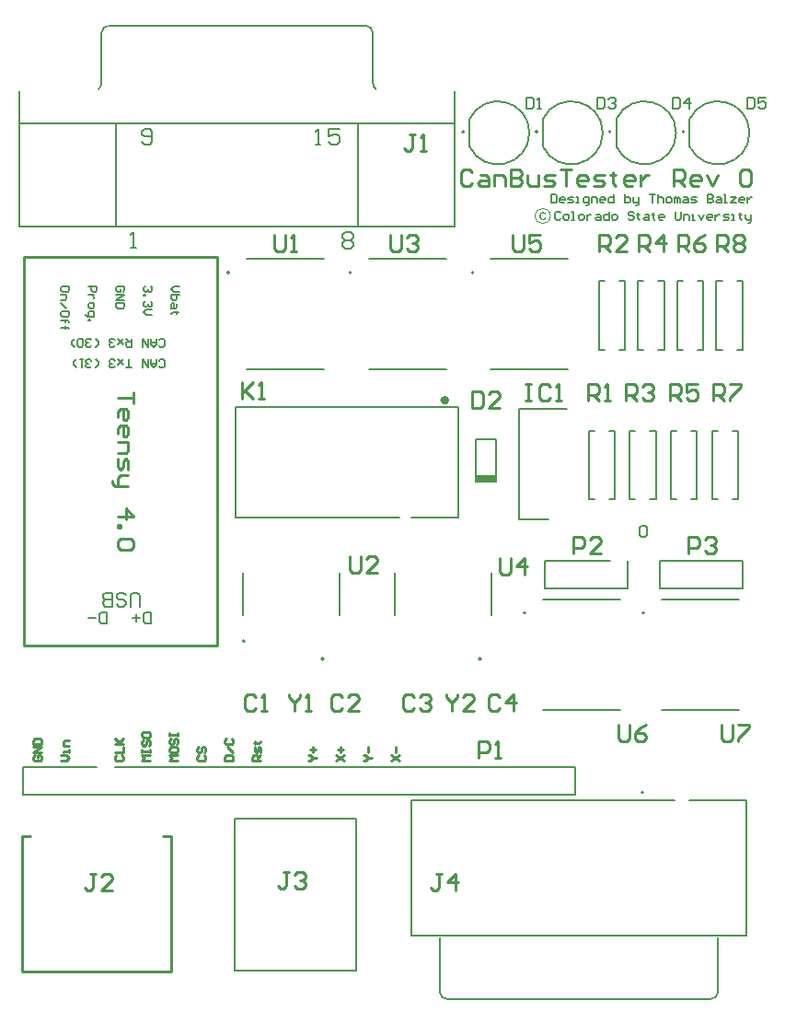
<source format=gbr>
%TF.GenerationSoftware,Altium Limited,Altium Designer,23.6.0 (18)*%
G04 Layer_Color=65535*
%FSLAX26Y26*%
%MOIN*%
%TF.SameCoordinates,9B35E0B2-5C19-4761-B797-B6A5D59CF105*%
%TF.FilePolarity,Positive*%
%TF.FileFunction,Legend,Top*%
%TF.Part,Single*%
G01*
G75*
%TA.AperFunction,NonConductor*%
%ADD39C,0.003937*%
%ADD40C,0.007874*%
%ADD41C,0.005000*%
%ADD42C,0.015748*%
%ADD43C,0.004000*%
%ADD44C,0.010000*%
%ADD45C,0.007000*%
%ADD46C,0.005906*%
%ADD47R,0.074804X0.031496*%
G36*
X8872416Y4207047D02*
X8872822Y4207016D01*
X8873258Y4206954D01*
X8873758Y4206891D01*
X8874319Y4206798D01*
X8874881Y4206673D01*
X8875474Y4206517D01*
X8876098Y4206330D01*
X8876722Y4206111D01*
X8877346Y4205830D01*
X8877938Y4205518D01*
X8878531Y4205175D01*
X8879093Y4204770D01*
X8879124Y4204738D01*
X8879218Y4204676D01*
X8879374Y4204520D01*
X8879561Y4204364D01*
X8879779Y4204114D01*
X8880060Y4203834D01*
X8880341Y4203490D01*
X8880622Y4203116D01*
X8880934Y4202679D01*
X8881277Y4202180D01*
X8881558Y4201650D01*
X8881870Y4201057D01*
X8882150Y4200433D01*
X8882400Y4199778D01*
X8882618Y4199060D01*
X8882806Y4198280D01*
X8878219Y4197562D01*
Y4197594D01*
X8878188Y4197687D01*
X8878157Y4197843D01*
X8878094Y4198030D01*
X8878001Y4198249D01*
X8877907Y4198530D01*
X8877658Y4199154D01*
X8877346Y4199840D01*
X8876940Y4200526D01*
X8876441Y4201182D01*
X8876191Y4201494D01*
X8875879Y4201774D01*
X8875848Y4201806D01*
X8875817Y4201837D01*
X8875723Y4201899D01*
X8875598Y4201993D01*
X8875411Y4202118D01*
X8875224Y4202242D01*
X8874756Y4202492D01*
X8874163Y4202742D01*
X8873477Y4202991D01*
X8872697Y4203147D01*
X8872291Y4203210D01*
X8871698D01*
X8871511Y4203178D01*
X8871262D01*
X8870950Y4203147D01*
X8870606Y4203085D01*
X8870232Y4202991D01*
X8869795Y4202898D01*
X8869358Y4202742D01*
X8868890Y4202586D01*
X8868391Y4202367D01*
X8867892Y4202118D01*
X8867424Y4201837D01*
X8866956Y4201494D01*
X8866488Y4201088D01*
X8866051Y4200651D01*
X8866020Y4200620D01*
X8865958Y4200526D01*
X8865833Y4200370D01*
X8865708Y4200152D01*
X8865552Y4199902D01*
X8865365Y4199559D01*
X8865146Y4199154D01*
X8864959Y4198686D01*
X8864741Y4198155D01*
X8864522Y4197562D01*
X8864335Y4196876D01*
X8864179Y4196158D01*
X8864054Y4195347D01*
X8863930Y4194474D01*
X8863867Y4193538D01*
X8863836Y4192539D01*
Y4192477D01*
Y4192290D01*
Y4192009D01*
X8863867Y4191634D01*
X8863898Y4191166D01*
X8863961Y4190636D01*
X8864023Y4190043D01*
X8864117Y4189419D01*
X8864366Y4188109D01*
X8864522Y4187422D01*
X8864741Y4186736D01*
X8864990Y4186112D01*
X8865271Y4185488D01*
X8865583Y4184895D01*
X8865958Y4184396D01*
X8865989Y4184365D01*
X8866051Y4184302D01*
X8866176Y4184178D01*
X8866363Y4183990D01*
X8866550Y4183803D01*
X8866831Y4183585D01*
X8867112Y4183366D01*
X8867455Y4183148D01*
X8867861Y4182898D01*
X8868266Y4182680D01*
X8868734Y4182462D01*
X8869234Y4182274D01*
X8869764Y4182118D01*
X8870326Y4181994D01*
X8870950Y4181900D01*
X8871574Y4181869D01*
X8871854D01*
X8872042Y4181900D01*
X8872291Y4181931D01*
X8872541Y4181962D01*
X8872853Y4182025D01*
X8873196Y4182087D01*
X8873945Y4182274D01*
X8874694Y4182586D01*
X8875099Y4182774D01*
X8875474Y4182992D01*
X8875848Y4183273D01*
X8876222Y4183554D01*
X8876254Y4183585D01*
X8876316Y4183647D01*
X8876410Y4183741D01*
X8876534Y4183866D01*
X8876659Y4184053D01*
X8876846Y4184271D01*
X8877034Y4184552D01*
X8877221Y4184864D01*
X8877408Y4185207D01*
X8877626Y4185582D01*
X8877814Y4186018D01*
X8878001Y4186518D01*
X8878188Y4187017D01*
X8878344Y4187578D01*
X8878500Y4188171D01*
X8878594Y4188826D01*
X8883242Y4188202D01*
Y4188140D01*
X8883211Y4187984D01*
X8883149Y4187734D01*
X8883086Y4187422D01*
X8882962Y4187017D01*
X8882837Y4186549D01*
X8882650Y4186018D01*
X8882462Y4185457D01*
X8882213Y4184864D01*
X8881932Y4184271D01*
X8881620Y4183616D01*
X8881246Y4182992D01*
X8880840Y4182399D01*
X8880372Y4181775D01*
X8879873Y4181214D01*
X8879311Y4180683D01*
X8879280Y4180652D01*
X8879155Y4180558D01*
X8878999Y4180434D01*
X8878750Y4180278D01*
X8878438Y4180059D01*
X8878094Y4179841D01*
X8877658Y4179591D01*
X8877190Y4179342D01*
X8876659Y4179092D01*
X8876066Y4178842D01*
X8875442Y4178624D01*
X8874756Y4178406D01*
X8874038Y4178250D01*
X8873290Y4178125D01*
X8872478Y4178031D01*
X8871636Y4178000D01*
X8871386D01*
X8871074Y4178031D01*
X8870700Y4178062D01*
X8870201Y4178125D01*
X8869639Y4178187D01*
X8869015Y4178312D01*
X8868360Y4178468D01*
X8867642Y4178655D01*
X8866894Y4178905D01*
X8866114Y4179217D01*
X8865365Y4179560D01*
X8864585Y4179997D01*
X8863867Y4180496D01*
X8863150Y4181058D01*
X8862463Y4181713D01*
X8862432Y4181744D01*
X8862307Y4181900D01*
X8862151Y4182118D01*
X8861933Y4182399D01*
X8861652Y4182805D01*
X8861371Y4183273D01*
X8861059Y4183834D01*
X8860747Y4184458D01*
X8860404Y4185176D01*
X8860092Y4185987D01*
X8859811Y4186861D01*
X8859530Y4187797D01*
X8859312Y4188858D01*
X8859156Y4189950D01*
X8859031Y4191135D01*
X8859000Y4192414D01*
Y4192477D01*
Y4192602D01*
Y4192851D01*
X8859031Y4193163D01*
Y4193569D01*
X8859094Y4194037D01*
X8859125Y4194536D01*
X8859187Y4195098D01*
X8859250Y4195690D01*
X8859374Y4196346D01*
X8859624Y4197656D01*
X8859998Y4198998D01*
X8860217Y4199653D01*
X8860466Y4200308D01*
X8860498Y4200339D01*
X8860529Y4200464D01*
X8860622Y4200620D01*
X8860747Y4200870D01*
X8860903Y4201150D01*
X8861090Y4201462D01*
X8861340Y4201806D01*
X8861590Y4202211D01*
X8861902Y4202617D01*
X8862245Y4203022D01*
X8862619Y4203459D01*
X8863025Y4203865D01*
X8863462Y4204270D01*
X8863961Y4204676D01*
X8864460Y4205019D01*
X8865022Y4205362D01*
X8865053Y4205394D01*
X8865146Y4205425D01*
X8865334Y4205518D01*
X8865552Y4205643D01*
X8865833Y4205768D01*
X8866176Y4205893D01*
X8866582Y4206049D01*
X8866987Y4206236D01*
X8867486Y4206392D01*
X8867986Y4206548D01*
X8868547Y4206673D01*
X8869109Y4206798D01*
X8870357Y4207016D01*
X8871012Y4207047D01*
X8871667Y4207078D01*
X8872104D01*
X8872416Y4207047D01*
D02*
G37*
D39*
X7838205Y1436126D02*
G03*
X7838205Y1440063I0J1968D01*
G01*
D02*
G03*
X7838205Y1436126I0J-1968D01*
G01*
D40*
X7735736Y3988241D02*
G03*
X7735736Y3988241I-3937J0D01*
G01*
X8178034D02*
G03*
X8178034Y3988241I-3937J0D01*
G01*
X8620332D02*
G03*
X8620332Y3988241I-3937J0D01*
G01*
X8808736Y2756000D02*
G03*
X8808736Y2756000I-3937J0D01*
G01*
X9238736D02*
G03*
X9238736Y2756000I-3937J0D01*
G01*
X9235441Y2105677D02*
G03*
X9235441Y2105677I-3937J0D01*
G01*
X7791315Y2653622D02*
G03*
X7791315Y2653622I-3937J0D01*
G01*
X9117475Y4497937D02*
G03*
X9117475Y4497937I-3937J0D01*
G01*
X8851808D02*
G03*
X8851808Y4497937I-3937J0D01*
G01*
X8586142D02*
G03*
X8586142Y4497937I-3937J0D01*
G01*
X9383141D02*
G03*
X9383141Y4497937I-3937J0D01*
G01*
X8077646Y2589920D02*
G03*
X8077646Y2589920I-3937J0D01*
G01*
X8647646D02*
G03*
X8647646Y2589920I-3937J0D01*
G01*
X7299487Y4882331D02*
G03*
X7272125Y4854968I0J-27362D01*
G01*
X8255983D02*
G03*
X8228621Y4882331I-27362J0D01*
G01*
X8256180Y4673669D02*
G03*
X8266827Y4652006I27362J0D01*
G01*
X7261292Y4652014D02*
G03*
X7271928Y4673669I-16726J21655D01*
G01*
X8785700Y3093212D02*
Y3494788D01*
Y3093212D02*
X8892000D01*
X8785700Y3494788D02*
X8958930D01*
X7755528Y1459748D02*
Y2010930D01*
Y1459748D02*
X8196472D01*
X7755528Y2010930D02*
X8196472D01*
Y1459748D02*
Y2010930D01*
X9036756Y3167984D02*
Y3416016D01*
Y3167984D02*
X9057464D01*
X9036756Y3416016D02*
X9057464D01*
X9110536Y3167984D02*
X9131244D01*
Y3416016D01*
X9110536D02*
X9131244D01*
X9073756Y3708984D02*
Y3957016D01*
Y3708984D02*
X9094464D01*
X9073756Y3957016D02*
X9094464D01*
X9147536Y3708984D02*
X9168244D01*
Y3957016D01*
X9147536D02*
X9168244D01*
X9185756Y3167984D02*
Y3416016D01*
Y3167984D02*
X9206464D01*
X9185756Y3416016D02*
X9206464D01*
X9259536Y3167984D02*
X9280244D01*
Y3416016D01*
X9259536D02*
X9280244D01*
X9215756Y3708984D02*
Y3957016D01*
Y3708984D02*
X9236464D01*
X9215756Y3957016D02*
X9236464D01*
X9289536Y3708984D02*
X9310244D01*
Y3957016D01*
X9289536D02*
X9310244D01*
X9334756Y3167984D02*
Y3416016D01*
Y3167984D02*
X9355464D01*
X9334756Y3416016D02*
X9355464D01*
X9408536Y3167984D02*
X9429244D01*
Y3416016D01*
X9408536D02*
X9429244D01*
X9357756Y3708984D02*
Y3957016D01*
Y3708984D02*
X9378464D01*
X9357756Y3957016D02*
X9378464D01*
X9431536Y3708984D02*
X9452244D01*
Y3957016D01*
X9431536D02*
X9452244D01*
X9483756Y3167984D02*
Y3416016D01*
Y3167984D02*
X9504464D01*
X9483756Y3416016D02*
X9504464D01*
X9557536Y3167984D02*
X9578244D01*
Y3416016D01*
X9557536D02*
X9578244D01*
X9499756Y3708984D02*
Y3957016D01*
Y3708984D02*
X9520464D01*
X9499756Y3957016D02*
X9520464D01*
X9573536Y3708984D02*
X9594244D01*
Y3957016D01*
X9573536D02*
X9594244D01*
X8627598Y3231228D02*
Y3384772D01*
X8702402Y3231228D02*
Y3384772D01*
X8627598D02*
X8702402D01*
X9177000Y2845000D02*
Y2945000D01*
X8877000Y2845000D02*
X9177000D01*
X8877000D02*
Y2945000D01*
X9115676D01*
X9294000Y2845000D02*
X9594000D01*
X9294000D02*
Y2945000D01*
X9594000D01*
Y2845000D02*
Y2945000D01*
X7062000Y2199000D02*
X7255444D01*
X7320556D02*
X8987000D01*
X6987000Y2099000D02*
X8987000D01*
X6987000D02*
Y2199000D01*
X7062000D01*
X8987000Y2099000D02*
Y2199000D01*
X6976652Y4528000D02*
X8551456D01*
X7299488Y4882330D02*
X8228620D01*
X7271928Y4673670D02*
Y4854772D01*
X8256180Y4673670D02*
Y4854772D01*
X6976652Y4153984D02*
X8551456D01*
X7325472D02*
Y4528000D01*
X8202636Y4153984D02*
Y4528000D01*
X6976652Y4153984D02*
Y4644140D01*
X8551456Y4153984D02*
Y4644126D01*
D41*
X9478173Y1358815D02*
G03*
X9505532Y1383449I1362J25996D01*
G01*
X8497634D02*
G03*
X8524992Y1358815I25996J1362D01*
G01*
X9137160Y4444000D02*
G03*
X9137160Y4544000I102515J50000D01*
G01*
X8871493Y4444000D02*
G03*
X8871493Y4544000I102515J50000D01*
G01*
X8605827Y4444000D02*
G03*
X8605827Y4544000I102515J50000D01*
G01*
X9402827Y4444000D02*
G03*
X9402827Y4544000I102515J50000D01*
G01*
X7798000Y4038240D02*
X8078000D01*
X7798000Y3638240D02*
X8078000D01*
X8240298Y4038240D02*
X8520298D01*
X8240298Y3638240D02*
X8520298D01*
X8682596Y4038240D02*
X8962596D01*
X8682596Y3638240D02*
X8962596D01*
X8871000Y2806000D02*
X9151000D01*
X8871000Y2406000D02*
X9151000D01*
X9301000Y2806000D02*
X9581000D01*
X9301000Y2406000D02*
X9581000D01*
X8395086Y2079300D02*
X9348292D01*
X9401708D02*
X9608078D01*
X8497646Y1383236D02*
Y1580614D01*
X8525204Y1358826D02*
X9477960D01*
X9608078Y1587174D02*
Y2079300D01*
X8395086Y1587174D02*
Y2079300D01*
Y1587174D02*
X9608078D01*
X9505520Y1383236D02*
Y1580636D01*
X7786590Y2748308D02*
Y2901852D01*
X8135410Y2748308D02*
Y2901852D01*
X9137160Y4444000D02*
Y4544000D01*
X8871494Y4444000D02*
Y4544000D01*
X8605826Y4444000D02*
Y4544000D01*
X9402826Y4444000D02*
Y4544000D01*
X7758456Y3102262D02*
Y3499898D01*
Y3102262D02*
X8350202D01*
X8395798D02*
X8565544D01*
Y3499898D01*
X7758456D02*
X8565544D01*
X8685410Y2748308D02*
Y2901852D01*
X8336590Y2748308D02*
Y2901852D01*
X7154990Y3924005D02*
Y3934002D01*
X7149992Y3939000D01*
X7129998D01*
X7125000Y3934002D01*
Y3924005D01*
X7129998Y3919006D01*
X7149992D01*
X7154990Y3924005D01*
X7125000Y3909010D02*
X7144993D01*
Y3894015D01*
X7139995Y3889016D01*
X7125000D01*
Y3879019D02*
X7144993Y3859026D01*
X7154990Y3834034D02*
Y3844031D01*
X7149992Y3849029D01*
X7129998D01*
X7125000Y3844031D01*
Y3834034D01*
X7129998Y3829036D01*
X7149992D01*
X7154990Y3834034D01*
X7125000Y3814040D02*
X7149992D01*
X7139995D01*
Y3819039D01*
Y3809042D01*
Y3814040D01*
X7149992D01*
X7154990Y3809042D01*
X7125000Y3789048D02*
X7149992D01*
X7139995D01*
Y3794047D01*
Y3784050D01*
Y3789048D01*
X7149992D01*
X7154990Y3784050D01*
X7480007Y3724008D02*
X7485005Y3719010D01*
X7495002D01*
X7500000Y3724008D01*
Y3744002D01*
X7495002Y3749000D01*
X7485005D01*
X7480007Y3744002D01*
X7470010Y3749000D02*
Y3729006D01*
X7460013Y3719010D01*
X7450016Y3729006D01*
Y3749000D01*
Y3734005D01*
X7470010D01*
X7440019Y3749000D02*
Y3719010D01*
X7420026Y3749000D01*
Y3719010D01*
X7380039Y3749000D02*
Y3719010D01*
X7365044D01*
X7360045Y3724008D01*
Y3734005D01*
X7365044Y3739003D01*
X7380039D01*
X7370042D02*
X7360045Y3749000D01*
X7350048Y3729006D02*
X7330055Y3749000D01*
X7340052Y3739003D01*
X7330055Y3729006D01*
X7350048Y3749000D01*
X7320058Y3724008D02*
X7315060Y3719010D01*
X7305063D01*
X7300065Y3724008D01*
Y3729006D01*
X7305063Y3734005D01*
X7310061D01*
X7305063D01*
X7300065Y3739003D01*
Y3744002D01*
X7305063Y3749000D01*
X7315060D01*
X7320058Y3744002D01*
X7250081Y3749000D02*
X7260078Y3739003D01*
Y3729006D01*
X7250081Y3719010D01*
X7235086Y3724008D02*
X7230087Y3719010D01*
X7220091D01*
X7215092Y3724008D01*
Y3729006D01*
X7220091Y3734005D01*
X7225089D01*
X7220091D01*
X7215092Y3739003D01*
Y3744002D01*
X7220091Y3749000D01*
X7230087D01*
X7235086Y3744002D01*
X7205095Y3724008D02*
X7200097Y3719010D01*
X7190100D01*
X7185102Y3724008D01*
Y3744002D01*
X7190100Y3749000D01*
X7200097D01*
X7205095Y3744002D01*
Y3724008D01*
X7175105Y3749000D02*
X7165108Y3739003D01*
Y3729006D01*
X7175105Y3719010D01*
X7480007Y3649008D02*
X7485005Y3644010D01*
X7495002D01*
X7500000Y3649008D01*
Y3669002D01*
X7495002Y3674000D01*
X7485005D01*
X7480007Y3669002D01*
X7470010Y3674000D02*
Y3654006D01*
X7460013Y3644010D01*
X7450016Y3654006D01*
Y3674000D01*
Y3659005D01*
X7470010D01*
X7440019Y3674000D02*
Y3644010D01*
X7420026Y3674000D01*
Y3644010D01*
X7380039D02*
X7360045D01*
X7370042D01*
Y3674000D01*
X7350048Y3654006D02*
X7330055Y3674000D01*
X7340052Y3664003D01*
X7330055Y3654006D01*
X7350048Y3674000D01*
X7320058Y3649008D02*
X7315060Y3644010D01*
X7305063D01*
X7300065Y3649008D01*
Y3654006D01*
X7305063Y3659005D01*
X7310061D01*
X7305063D01*
X7300065Y3664003D01*
Y3669002D01*
X7305063Y3674000D01*
X7315060D01*
X7320058Y3669002D01*
X7250081Y3674000D02*
X7260078Y3664003D01*
Y3654006D01*
X7250081Y3644010D01*
X7235086Y3649008D02*
X7230087Y3644010D01*
X7220091D01*
X7215092Y3649008D01*
Y3654006D01*
X7220091Y3659005D01*
X7225089D01*
X7220091D01*
X7215092Y3664003D01*
Y3669002D01*
X7220091Y3674000D01*
X7230087D01*
X7235086Y3669002D01*
X7205095Y3674000D02*
X7195099D01*
X7200097D01*
Y3644010D01*
X7205095Y3649008D01*
X7180104Y3674000D02*
X7170107Y3664003D01*
Y3654006D01*
X7180104Y3644010D01*
X7225000Y3939000D02*
X7254990D01*
Y3924005D01*
X7249992Y3919006D01*
X7239995D01*
X7234997Y3924005D01*
Y3939000D01*
X7244993Y3909010D02*
X7225000D01*
X7234997D01*
X7239995Y3904011D01*
X7244993Y3899013D01*
Y3894015D01*
X7225000Y3874021D02*
Y3864024D01*
X7229998Y3859026D01*
X7239995D01*
X7244993Y3864024D01*
Y3874021D01*
X7239995Y3879019D01*
X7229998D01*
X7225000Y3874021D01*
X7215003Y3839032D02*
Y3834034D01*
X7220002Y3829036D01*
X7244993D01*
Y3844031D01*
X7239995Y3849029D01*
X7229998D01*
X7225000Y3844031D01*
Y3829036D01*
Y3819039D02*
X7229998D01*
Y3814040D01*
X7225000D01*
Y3819039D01*
X7450000Y2719013D02*
Y2759000D01*
X7430007D01*
X7423342Y2752336D01*
Y2725677D01*
X7430007Y2719013D01*
X7450000D01*
X7410013Y2739006D02*
X7383355D01*
X7396684Y2725677D02*
Y2752336D01*
X7290052Y2719013D02*
Y2759000D01*
X7270058D01*
X7263394Y2752336D01*
Y2725677D01*
X7270058Y2719013D01*
X7290052D01*
X7250065Y2739006D02*
X7223407D01*
X7410000Y2779016D02*
Y2820669D01*
X7401669Y2829000D01*
X7385008D01*
X7376677Y2820669D01*
Y2779016D01*
X7326694Y2787347D02*
X7335024Y2779016D01*
X7351686D01*
X7360016Y2787347D01*
Y2795677D01*
X7351686Y2804008D01*
X7335024D01*
X7326694Y2812339D01*
Y2820669D01*
X7335024Y2829000D01*
X7351686D01*
X7360016Y2820669D01*
X7310032Y2779016D02*
Y2829000D01*
X7285041D01*
X7276710Y2820669D01*
Y2812339D01*
X7285041Y2804008D01*
X7310032D01*
X7285041D01*
X7276710Y2795677D01*
Y2787347D01*
X7285041Y2779016D01*
X7310032D01*
X7554990Y3939000D02*
X7534997D01*
X7525000Y3929003D01*
X7534997Y3919006D01*
X7554990D01*
Y3909010D02*
X7525000D01*
Y3894015D01*
X7529998Y3889016D01*
X7534997D01*
X7539995D01*
X7544993Y3894015D01*
Y3909010D01*
Y3874021D02*
Y3864024D01*
X7539995Y3859026D01*
X7525000D01*
Y3874021D01*
X7529998Y3879019D01*
X7534997Y3874021D01*
Y3859026D01*
X7549992Y3844031D02*
X7544993D01*
Y3849029D01*
Y3839032D01*
Y3844031D01*
X7529998D01*
X7525000Y3839032D01*
X7349992Y3919006D02*
X7354990Y3924005D01*
Y3934002D01*
X7349992Y3939000D01*
X7329998D01*
X7325000Y3934002D01*
Y3924005D01*
X7329998Y3919006D01*
X7339995D01*
Y3929003D01*
X7325000Y3909010D02*
X7354990D01*
X7325000Y3889016D01*
X7354990D01*
Y3879019D02*
X7325000D01*
Y3864024D01*
X7329998Y3859026D01*
X7349992D01*
X7354990Y3864024D01*
Y3879019D01*
X7449992Y3939000D02*
X7454990Y3934002D01*
Y3924005D01*
X7449992Y3919006D01*
X7444993D01*
X7439995Y3924005D01*
Y3929003D01*
Y3924005D01*
X7434997Y3919006D01*
X7429998D01*
X7425000Y3924005D01*
Y3934002D01*
X7429998Y3939000D01*
X7425000Y3909010D02*
X7429998D01*
Y3904011D01*
X7425000D01*
Y3909010D01*
X7449992Y3884018D02*
X7454990Y3879019D01*
Y3869023D01*
X7449992Y3864024D01*
X7444993D01*
X7439995Y3869023D01*
Y3874021D01*
Y3869023D01*
X7434997Y3864024D01*
X7429998D01*
X7425000Y3869023D01*
Y3879019D01*
X7429998Y3884018D01*
X7454990Y3854028D02*
X7434997D01*
X7425000Y3844031D01*
X7434997Y3834034D01*
X7454990D01*
X9221000Y3063323D02*
X9227665Y3069987D01*
X9240994D01*
X9247658Y3063323D01*
Y3036664D01*
X9240994Y3030000D01*
X9227665D01*
X9221000Y3036664D01*
Y3063323D01*
D42*
X8523811Y3525882D02*
G03*
X8523811Y3525882I-7874J0D01*
G01*
D43*
X8898559Y4193000D02*
G03*
X8898559Y4193000I-27559J0D01*
G01*
D44*
X6985500Y1459000D02*
Y1949000D01*
Y1459000D02*
X7525500D01*
X6985500Y1949000D02*
X7015500D01*
X7525500Y1459000D02*
Y1949000D01*
X7495500D02*
X7525500D01*
X6990000Y2639000D02*
Y4044000D01*
Y2639000D02*
X7690000D01*
X6990000Y4044000D02*
X7690000D01*
Y2639000D02*
Y4044000D01*
X7389981Y3554000D02*
Y3514013D01*
Y3534006D01*
X7330000D01*
Y3464029D02*
Y3484023D01*
X7339997Y3494019D01*
X7359990D01*
X7369987Y3484023D01*
Y3464029D01*
X7359990Y3454032D01*
X7349993D01*
Y3494019D01*
X7330000Y3404048D02*
Y3424042D01*
X7339997Y3434039D01*
X7359990D01*
X7369987Y3424042D01*
Y3404048D01*
X7359990Y3394052D01*
X7349993D01*
Y3434039D01*
X7330000Y3374058D02*
X7369987D01*
Y3344068D01*
X7359990Y3334071D01*
X7330000D01*
Y3314078D02*
Y3284087D01*
X7339997Y3274090D01*
X7349993Y3284087D01*
Y3304081D01*
X7359990Y3314078D01*
X7369987Y3304081D01*
Y3274090D01*
Y3254097D02*
X7339997D01*
X7330000Y3244100D01*
Y3214110D01*
X7320003D01*
X7310007Y3224107D01*
Y3234104D01*
X7330000Y3214110D02*
X7369987D01*
X7330000Y3104146D02*
X7389981D01*
X7359990Y3134136D01*
Y3094149D01*
X7330000Y3074155D02*
X7339997D01*
Y3064158D01*
X7330000D01*
Y3074155D01*
X7379984Y3024171D02*
X7389981Y3014175D01*
Y2994181D01*
X7379984Y2984184D01*
X7339997D01*
X7330000Y2994181D01*
Y3014175D01*
X7339997Y3024171D01*
X7379984D01*
X8504113Y1811990D02*
X8484120D01*
X8494117D01*
Y1762006D01*
X8484120Y1752010D01*
X8474123D01*
X8464126Y1762006D01*
X8554097Y1752010D02*
Y1811990D01*
X8524107Y1782000D01*
X8564094D01*
X8172016Y2962990D02*
Y2913006D01*
X8182013Y2903010D01*
X8202006D01*
X8212003Y2913006D01*
Y2962990D01*
X8271984Y2903010D02*
X8231997D01*
X8271984Y2942997D01*
Y2952994D01*
X8261987Y2962990D01*
X8241994D01*
X8231997Y2952994D01*
X7953003Y1816990D02*
X7933010D01*
X7943007D01*
Y1767006D01*
X7933010Y1757010D01*
X7923013D01*
X7913016Y1767006D01*
X7972997Y1806994D02*
X7982994Y1816990D01*
X8002987D01*
X8012984Y1806994D01*
Y1796997D01*
X8002987Y1787000D01*
X7992990D01*
X8002987D01*
X8012984Y1777003D01*
Y1767006D01*
X8002987Y1757010D01*
X7982994D01*
X7972997Y1767006D01*
X9172310Y3525000D02*
Y3584981D01*
X9202300D01*
X9212297Y3574984D01*
Y3554990D01*
X9202300Y3544994D01*
X9172310D01*
X9192303D02*
X9212297Y3525000D01*
X9232290Y3574984D02*
X9242287Y3584981D01*
X9262281D01*
X9272277Y3574984D01*
Y3564987D01*
X9262281Y3554990D01*
X9252284D01*
X9262281D01*
X9272277Y3544994D01*
Y3534997D01*
X9262281Y3525000D01*
X9242287D01*
X9232290Y3534997D01*
X8807021Y3584990D02*
X8827015D01*
X8817018D01*
Y3525010D01*
X8807021D01*
X8827015D01*
X8896992Y3574994D02*
X8886995Y3584990D01*
X8867002D01*
X8857005Y3574994D01*
Y3535006D01*
X8867002Y3525010D01*
X8886995D01*
X8896992Y3535006D01*
X8916986Y3525010D02*
X8936979D01*
X8926982D01*
Y3584990D01*
X8916986Y3574994D01*
X9033997Y3525000D02*
Y3584981D01*
X9063987D01*
X9073984Y3574984D01*
Y3554990D01*
X9063987Y3544994D01*
X9033997D01*
X9053990D02*
X9073984Y3525000D01*
X9093977D02*
X9113971D01*
X9103974D01*
Y3584981D01*
X9093977Y3574984D01*
X7950015Y2461990D02*
Y2451994D01*
X7970008Y2432000D01*
X7990002Y2451994D01*
Y2461990D01*
X7970008Y2432000D02*
Y2402010D01*
X8009995D02*
X8029989D01*
X8019992D01*
Y2461990D01*
X8009995Y2451994D01*
X8521016Y2461990D02*
Y2451994D01*
X8541010Y2432000D01*
X8561003Y2451994D01*
Y2461990D01*
X8541010Y2432000D02*
Y2402010D01*
X8620984D02*
X8580997D01*
X8620984Y2441997D01*
Y2451994D01*
X8610987Y2461990D01*
X8590994D01*
X8580997Y2451994D01*
X8616016Y3557990D02*
Y3498010D01*
X8646006D01*
X8656003Y3508006D01*
Y3547994D01*
X8646006Y3557990D01*
X8616016D01*
X8715984Y3498010D02*
X8675997D01*
X8715984Y3537997D01*
Y3547994D01*
X8705987Y3557990D01*
X8685994D01*
X8675997Y3547994D01*
X8319518Y4123231D02*
Y4073247D01*
X8329515Y4063251D01*
X8349508D01*
X8359505Y4073247D01*
Y4123231D01*
X8379498Y4113234D02*
X8389495Y4123231D01*
X8409489D01*
X8419486Y4113234D01*
Y4103238D01*
X8409489Y4093241D01*
X8399492D01*
X8409489D01*
X8419486Y4083244D01*
Y4073247D01*
X8409489Y4063251D01*
X8389495D01*
X8379498Y4073247D01*
X9488922Y3525000D02*
Y3584981D01*
X9518913D01*
X9528909Y3574984D01*
Y3554990D01*
X9518913Y3544994D01*
X9488922D01*
X9508916D02*
X9528909Y3525000D01*
X9548903Y3584981D02*
X9588890D01*
Y3574984D01*
X9548903Y3534997D01*
Y3525000D01*
X9330616D02*
Y3584981D01*
X9360606D01*
X9370603Y3574984D01*
Y3554990D01*
X9360606Y3544994D01*
X9330616D01*
X9350610D02*
X9370603Y3525000D01*
X9430584Y3584981D02*
X9390597D01*
Y3554990D01*
X9410590Y3564987D01*
X9420587D01*
X9430584Y3554990D01*
Y3534997D01*
X9420587Y3525000D01*
X9400593D01*
X9390597Y3534997D01*
X8982016Y2973010D02*
Y3032990D01*
X9012006D01*
X9022003Y3022994D01*
Y3003000D01*
X9012006Y2993003D01*
X8982016D01*
X9081984Y2973010D02*
X9041997D01*
X9081984Y3012997D01*
Y3022994D01*
X9071987Y3032990D01*
X9051994D01*
X9041997Y3022994D01*
X9398016Y2973010D02*
Y3032990D01*
X9428006D01*
X9438003Y3022994D01*
Y3003000D01*
X9428006Y2993003D01*
X9398016D01*
X9457997Y3022994D02*
X9467994Y3032990D01*
X9487987D01*
X9497984Y3022994D01*
Y3012997D01*
X9487987Y3003000D01*
X9477990D01*
X9487987D01*
X9497984Y2993003D01*
Y2983006D01*
X9487987Y2973010D01*
X9467994D01*
X9457997Y2983006D01*
X7781013Y3591990D02*
Y3532010D01*
Y3552003D01*
X7821000Y3591990D01*
X7791010Y3562000D01*
X7821000Y3532010D01*
X7840994D02*
X7860987D01*
X7850990D01*
Y3591990D01*
X7840994Y3581994D01*
X8716016Y2954990D02*
Y2905006D01*
X8726013Y2895010D01*
X8746006D01*
X8756003Y2905006D01*
Y2954990D01*
X8805987Y2895010D02*
Y2954990D01*
X8775997Y2925000D01*
X8815984D01*
X8639013Y2233010D02*
Y2292990D01*
X8669003D01*
X8679000Y2282994D01*
Y2263000D01*
X8669003Y2253003D01*
X8639013D01*
X8698994Y2233010D02*
X8718987D01*
X8708990D01*
Y2292990D01*
X8698994Y2282994D01*
X8408054Y4487100D02*
X8388060D01*
X8398057D01*
Y4437117D01*
X8388060Y4427120D01*
X8378064D01*
X8368067Y4437117D01*
X8428048Y4427120D02*
X8448041D01*
X8438044D01*
Y4487100D01*
X8428048Y4477104D01*
X9519016Y2351990D02*
Y2302006D01*
X9529013Y2292010D01*
X9549006D01*
X9559003Y2302006D01*
Y2351990D01*
X9578997D02*
X9618984D01*
Y2341994D01*
X9578997Y2302006D01*
Y2292010D01*
X9146016Y2350990D02*
Y2301006D01*
X9156013Y2291010D01*
X9176006D01*
X9186003Y2301006D01*
Y2350990D01*
X9245984D02*
X9225990Y2340994D01*
X9205997Y2321000D01*
Y2301006D01*
X9215994Y2291010D01*
X9235987D01*
X9245984Y2301006D01*
Y2311003D01*
X9235987Y2321000D01*
X9205997D01*
X8761016Y4123231D02*
Y4073247D01*
X8771013Y4063251D01*
X8791006D01*
X8801003Y4073247D01*
Y4123231D01*
X8860984D02*
X8820997D01*
Y4093241D01*
X8840990Y4103238D01*
X8850987D01*
X8860984Y4093241D01*
Y4073247D01*
X8850987Y4063251D01*
X8830994D01*
X8820997Y4073247D01*
X7898013Y4123231D02*
Y4073247D01*
X7908010Y4063251D01*
X7928003D01*
X7938000Y4073247D01*
Y4123231D01*
X7957994Y4063251D02*
X7977987D01*
X7967990D01*
Y4123231D01*
X7957994Y4113234D01*
X9360000Y4065000D02*
Y4124981D01*
X9389990D01*
X9399987Y4114984D01*
Y4094990D01*
X9389990Y4084994D01*
X9360000D01*
X9379994D02*
X9399987Y4065000D01*
X9459968Y4124981D02*
X9439974Y4114984D01*
X9419981Y4094990D01*
Y4074997D01*
X9429977Y4065000D01*
X9449971D01*
X9459968Y4074997D01*
Y4084994D01*
X9449971Y4094990D01*
X9419981D01*
X9502000Y4065000D02*
Y4124981D01*
X9531990D01*
X9541987Y4114984D01*
Y4094990D01*
X9531990Y4084994D01*
X9502000D01*
X9521994D02*
X9541987Y4065000D01*
X9561981Y4114984D02*
X9571977Y4124981D01*
X9591971D01*
X9601968Y4114984D01*
Y4104987D01*
X9591971Y4094990D01*
X9601968Y4084994D01*
Y4074997D01*
X9591971Y4065000D01*
X9571977D01*
X9561981Y4074997D01*
Y4084994D01*
X9571977Y4094990D01*
X9561981Y4104987D01*
Y4114984D01*
X9571977Y4094990D02*
X9591971D01*
X9218000Y4065000D02*
Y4124981D01*
X9247990D01*
X9257987Y4114984D01*
Y4094990D01*
X9247990Y4084994D01*
X9218000D01*
X9237994D02*
X9257987Y4065000D01*
X9307971D02*
Y4124981D01*
X9277981Y4094990D01*
X9317968D01*
X9076000Y4065000D02*
Y4124981D01*
X9105990D01*
X9115987Y4114984D01*
Y4094990D01*
X9105990Y4084994D01*
X9076000D01*
X9095994D02*
X9115987Y4065000D01*
X9175968D02*
X9135981D01*
X9175968Y4104987D01*
Y4114984D01*
X9165971Y4124981D01*
X9145977D01*
X9135981Y4114984D01*
X7253003Y1811990D02*
X7233010D01*
X7243007D01*
Y1762006D01*
X7233010Y1752010D01*
X7223013D01*
X7213016Y1762006D01*
X7312984Y1752010D02*
X7272997D01*
X7312984Y1791997D01*
Y1801994D01*
X7302987Y1811990D01*
X7282994D01*
X7272997Y1801994D01*
X8146003Y2451994D02*
X8136007Y2461990D01*
X8116013D01*
X8106016Y2451994D01*
Y2412006D01*
X8116013Y2402010D01*
X8136007D01*
X8146003Y2412006D01*
X8205984Y2402010D02*
X8165997D01*
X8205984Y2441997D01*
Y2451994D01*
X8195987Y2461990D01*
X8175994D01*
X8165997Y2451994D01*
X7833000D02*
X7823003Y2461990D01*
X7803010D01*
X7793013Y2451994D01*
Y2412006D01*
X7803010Y2402010D01*
X7823003D01*
X7833000Y2412006D01*
X7852994Y2402010D02*
X7872987D01*
X7862990D01*
Y2461990D01*
X7852994Y2451994D01*
X8715003D02*
X8705006Y2461990D01*
X8685013D01*
X8675016Y2451994D01*
Y2412006D01*
X8685013Y2402010D01*
X8705006D01*
X8715003Y2412006D01*
X8764987Y2402010D02*
Y2461990D01*
X8734997Y2432000D01*
X8774984D01*
X8406003Y2451994D02*
X8396006Y2461990D01*
X8376013D01*
X8366016Y2451994D01*
Y2412006D01*
X8376013Y2402010D01*
X8396006D01*
X8406003Y2412006D01*
X8425997Y2451994D02*
X8435994Y2461990D01*
X8455987D01*
X8465984Y2451994D01*
Y2441997D01*
X8455987Y2432000D01*
X8445990D01*
X8455987D01*
X8465984Y2422003D01*
Y2412006D01*
X8455987Y2402010D01*
X8435994D01*
X8425997Y2412006D01*
X8613987Y4350984D02*
X8603990Y4360981D01*
X8583997D01*
X8574000Y4350984D01*
Y4310997D01*
X8583997Y4301000D01*
X8603990D01*
X8613987Y4310997D01*
X8643977Y4340987D02*
X8663971D01*
X8673968Y4330990D01*
Y4301000D01*
X8643977D01*
X8633981Y4310997D01*
X8643977Y4320993D01*
X8673968D01*
X8693961Y4301000D02*
Y4340987D01*
X8723951D01*
X8733948Y4330990D01*
Y4301000D01*
X8753942Y4360981D02*
Y4301000D01*
X8783932D01*
X8793929Y4310997D01*
Y4320993D01*
X8783932Y4330990D01*
X8753942D01*
X8783932D01*
X8793929Y4340987D01*
Y4350984D01*
X8783932Y4360981D01*
X8753942D01*
X8813922Y4340987D02*
Y4310997D01*
X8823919Y4301000D01*
X8853909D01*
Y4340987D01*
X8873903Y4301000D02*
X8903893D01*
X8913890Y4310997D01*
X8903893Y4320993D01*
X8883900D01*
X8873903Y4330990D01*
X8883900Y4340987D01*
X8913890D01*
X8933884Y4360981D02*
X8973871D01*
X8953877D01*
Y4301000D01*
X9023854D02*
X9003861D01*
X8993864Y4310997D01*
Y4330990D01*
X9003861Y4340987D01*
X9023854D01*
X9033851Y4330990D01*
Y4320993D01*
X8993864D01*
X9053845Y4301000D02*
X9083835D01*
X9093832Y4310997D01*
X9083835Y4320993D01*
X9063842D01*
X9053845Y4330990D01*
X9063842Y4340987D01*
X9093832D01*
X9123822Y4350984D02*
Y4340987D01*
X9113825D01*
X9133819D01*
X9123822D01*
Y4310997D01*
X9133819Y4301000D01*
X9193799D02*
X9173806D01*
X9163809Y4310997D01*
Y4330990D01*
X9173806Y4340987D01*
X9193799D01*
X9203796Y4330990D01*
Y4320993D01*
X9163809D01*
X9223790Y4340987D02*
Y4301000D01*
Y4320993D01*
X9233787Y4330990D01*
X9243783Y4340987D01*
X9253780D01*
X9343751Y4301000D02*
Y4360981D01*
X9373741D01*
X9383738Y4350984D01*
Y4330990D01*
X9373741Y4320993D01*
X9343751D01*
X9363745D02*
X9383738Y4301000D01*
X9433722D02*
X9413728D01*
X9403732Y4310997D01*
Y4330990D01*
X9413728Y4340987D01*
X9433722D01*
X9443719Y4330990D01*
Y4320993D01*
X9403732D01*
X9463712Y4340987D02*
X9483706Y4301000D01*
X9503699Y4340987D01*
X9583673Y4350984D02*
X9593670Y4360981D01*
X9613664D01*
X9623660Y4350984D01*
Y4310997D01*
X9613664Y4301000D01*
X9593670D01*
X9583673Y4310997D01*
Y4350984D01*
X8322010Y2221000D02*
X8352000Y2240994D01*
X8322010D02*
X8352000Y2221000D01*
X8337005Y2250990D02*
Y2270984D01*
X8222010Y2221000D02*
X8227008D01*
X8237005Y2230997D01*
X8227008Y2240994D01*
X8222010D01*
X8237005Y2230997D02*
X8252000D01*
X8237005Y2250990D02*
Y2270984D01*
X8122010Y2221000D02*
X8152000Y2240994D01*
X8122010D02*
X8152000Y2221000D01*
X8137005Y2250990D02*
Y2270984D01*
X8127008Y2260987D02*
X8147002D01*
X8022010Y2221000D02*
X8027008D01*
X8037005Y2230997D01*
X8027008Y2240994D01*
X8022010D01*
X8037005Y2230997D02*
X8052000D01*
X8037005Y2250990D02*
Y2270984D01*
X8027008Y2260987D02*
X8047002D01*
X7849000Y2221000D02*
X7819010D01*
Y2235995D01*
X7824008Y2240994D01*
X7834005D01*
X7839003Y2235995D01*
Y2221000D01*
Y2230997D02*
X7849000Y2240994D01*
Y2250990D02*
Y2265985D01*
X7844002Y2270984D01*
X7839003Y2265985D01*
Y2255989D01*
X7834005Y2250990D01*
X7829007Y2255989D01*
Y2270984D01*
X7824008Y2285979D02*
X7829007D01*
Y2280981D01*
Y2290977D01*
Y2285979D01*
X7844002D01*
X7849000Y2290977D01*
X7719210Y2221000D02*
X7749200D01*
Y2235995D01*
X7744202Y2240994D01*
X7724208D01*
X7719210Y2235995D01*
Y2221000D01*
X7749200Y2250990D02*
X7729207Y2270984D01*
X7724208Y2300974D02*
X7719210Y2295976D01*
Y2285979D01*
X7724208Y2280981D01*
X7744202D01*
X7749200Y2285979D01*
Y2295976D01*
X7744202Y2300974D01*
X7624408Y2240994D02*
X7619410Y2235995D01*
Y2225998D01*
X7624408Y2221000D01*
X7644402D01*
X7649400Y2225998D01*
Y2235995D01*
X7644402Y2240994D01*
X7624408Y2270984D02*
X7619410Y2265985D01*
Y2255989D01*
X7624408Y2250990D01*
X7629407D01*
X7634405Y2255989D01*
Y2265985D01*
X7639403Y2270984D01*
X7644402D01*
X7649400Y2265985D01*
Y2255989D01*
X7644402Y2250990D01*
X7549600Y2221000D02*
X7519610D01*
X7529606Y2230997D01*
X7519610Y2240994D01*
X7549600D01*
X7519610Y2265985D02*
Y2255989D01*
X7524608Y2250990D01*
X7544602D01*
X7549600Y2255989D01*
Y2265985D01*
X7544602Y2270984D01*
X7524608D01*
X7519610Y2265985D01*
X7524608Y2300974D02*
X7519610Y2295976D01*
Y2285979D01*
X7524608Y2280981D01*
X7529606D01*
X7534605Y2285979D01*
Y2295976D01*
X7539603Y2300974D01*
X7544602D01*
X7549600Y2295976D01*
Y2285979D01*
X7544602Y2280981D01*
X7519610Y2310971D02*
Y2320968D01*
Y2315969D01*
X7549600D01*
Y2310971D01*
Y2320968D01*
X7449800Y2221000D02*
X7419810D01*
X7429806Y2230997D01*
X7419810Y2240994D01*
X7449800D01*
X7419810Y2250990D02*
Y2260987D01*
Y2255989D01*
X7449800D01*
Y2250990D01*
Y2260987D01*
X7424808Y2295976D02*
X7419810Y2290977D01*
Y2280981D01*
X7424808Y2275982D01*
X7429806D01*
X7434805Y2280981D01*
Y2290977D01*
X7439803Y2295976D01*
X7444802D01*
X7449800Y2290977D01*
Y2280981D01*
X7444802Y2275982D01*
X7419810Y2320968D02*
Y2310971D01*
X7424808Y2305972D01*
X7444802D01*
X7449800Y2310971D01*
Y2320968D01*
X7444802Y2325966D01*
X7424808D01*
X7419810Y2320968D01*
X7031008Y2240994D02*
X7026010Y2235995D01*
Y2225998D01*
X7031008Y2221000D01*
X7051002D01*
X7056000Y2225998D01*
Y2235995D01*
X7051002Y2240994D01*
X7041005D01*
Y2230997D01*
X7056000Y2250990D02*
X7026010D01*
X7056000Y2270984D01*
X7026010D01*
Y2280981D02*
X7056000D01*
Y2295976D01*
X7051002Y2300974D01*
X7031008D01*
X7026010Y2295976D01*
Y2280981D01*
X7325008Y2240994D02*
X7320010Y2235995D01*
Y2225998D01*
X7325008Y2221000D01*
X7345002D01*
X7350000Y2225998D01*
Y2235995D01*
X7345002Y2240994D01*
X7320010Y2250990D02*
X7350000D01*
Y2270984D01*
X7320010Y2280981D02*
X7350000D01*
X7340003D01*
X7320010Y2300974D01*
X7335005Y2285979D01*
X7350000Y2300974D01*
X7126010Y2221000D02*
X7146003D01*
X7156000Y2230997D01*
X7146003Y2240994D01*
X7126010D01*
X7156000Y2250990D02*
Y2260987D01*
Y2255989D01*
X7136007D01*
Y2250990D01*
X7156000Y2275982D02*
X7136007D01*
Y2290977D01*
X7141005Y2295976D01*
X7156000D01*
D45*
X8935764Y4203989D02*
X8930765Y4208987D01*
X8920769D01*
X8915770Y4203989D01*
Y4183995D01*
X8920769Y4178997D01*
X8930765D01*
X8935764Y4183995D01*
X8950759Y4178997D02*
X8960756D01*
X8965754Y4183995D01*
Y4193992D01*
X8960756Y4198990D01*
X8950759D01*
X8945761Y4193992D01*
Y4183995D01*
X8950759Y4178997D01*
X8975751D02*
X8985748D01*
X8980749D01*
Y4208987D01*
X8975751D01*
X9005741Y4178997D02*
X9015738D01*
X9020736Y4183995D01*
Y4193992D01*
X9015738Y4198990D01*
X9005741D01*
X9000743Y4193992D01*
Y4183995D01*
X9005741Y4178997D01*
X9030733Y4198990D02*
Y4178997D01*
Y4188994D01*
X9035731Y4193992D01*
X9040730Y4198990D01*
X9045728D01*
X9065722D02*
X9075719D01*
X9080717Y4193992D01*
Y4178997D01*
X9065722D01*
X9060723Y4183995D01*
X9065722Y4188994D01*
X9080717D01*
X9110707Y4208987D02*
Y4178997D01*
X9095712D01*
X9090714Y4183995D01*
Y4193992D01*
X9095712Y4198990D01*
X9110707D01*
X9125702Y4178997D02*
X9135699D01*
X9140698Y4183995D01*
Y4193992D01*
X9135699Y4198990D01*
X9125702D01*
X9120704Y4193992D01*
Y4183995D01*
X9125702Y4178997D01*
X9200678Y4203989D02*
X9195680Y4208987D01*
X9185683D01*
X9180685Y4203989D01*
Y4198990D01*
X9185683Y4193992D01*
X9195680D01*
X9200678Y4188994D01*
Y4183995D01*
X9195680Y4178997D01*
X9185683D01*
X9180685Y4183995D01*
X9215673Y4203989D02*
Y4198990D01*
X9210675D01*
X9220672D01*
X9215673D01*
Y4183995D01*
X9220672Y4178997D01*
X9240665Y4198990D02*
X9250662D01*
X9255660Y4193992D01*
Y4178997D01*
X9240665D01*
X9235667Y4183995D01*
X9240665Y4188994D01*
X9255660D01*
X9270656Y4203989D02*
Y4198990D01*
X9265657D01*
X9275654D01*
X9270656D01*
Y4183995D01*
X9275654Y4178997D01*
X9305644D02*
X9295647D01*
X9290649Y4183995D01*
Y4193992D01*
X9295647Y4198990D01*
X9305644D01*
X9310642Y4193992D01*
Y4188994D01*
X9290649D01*
X9350630Y4208987D02*
Y4183995D01*
X9355628Y4178997D01*
X9365625D01*
X9370623Y4183995D01*
Y4208987D01*
X9380620Y4178997D02*
Y4198990D01*
X9395615D01*
X9400613Y4193992D01*
Y4178997D01*
X9410610D02*
X9420607D01*
X9415609D01*
Y4198990D01*
X9410610D01*
X9435602D02*
X9445599Y4178997D01*
X9455596Y4198990D01*
X9480588Y4178997D02*
X9470591D01*
X9465592Y4183995D01*
Y4193992D01*
X9470591Y4198990D01*
X9480588D01*
X9485586Y4193992D01*
Y4188994D01*
X9465592D01*
X9495583Y4198990D02*
Y4178997D01*
Y4188994D01*
X9500581Y4193992D01*
X9505579Y4198990D01*
X9510578D01*
X9525573Y4178997D02*
X9540568D01*
X9545567Y4183995D01*
X9540568Y4188994D01*
X9530571D01*
X9525573Y4193992D01*
X9530571Y4198990D01*
X9545567D01*
X9555563Y4178997D02*
X9565560D01*
X9560562D01*
Y4198990D01*
X9555563D01*
X9585554Y4203989D02*
Y4198990D01*
X9580555D01*
X9590552D01*
X9585554D01*
Y4183995D01*
X9590552Y4178997D01*
X9605547Y4198990D02*
Y4183995D01*
X9610546Y4178997D01*
X9625541D01*
Y4173998D01*
X9620542Y4169000D01*
X9615544D01*
X9625541Y4178997D02*
Y4198990D01*
X9340123Y4619994D02*
Y4580007D01*
X9360116D01*
X9366781Y4586671D01*
Y4613329D01*
X9360116Y4619994D01*
X9340123D01*
X9400103Y4580007D02*
Y4619994D01*
X9380110Y4600000D01*
X9406768D01*
X9069568Y4619994D02*
Y4580007D01*
X9089561D01*
X9096226Y4586671D01*
Y4613329D01*
X9089561Y4619994D01*
X9069568D01*
X9109555Y4613329D02*
X9116219Y4619994D01*
X9129548D01*
X9136213Y4613329D01*
Y4606664D01*
X9129548Y4600000D01*
X9122884D01*
X9129548D01*
X9136213Y4593336D01*
Y4586671D01*
X9129548Y4580007D01*
X9116219D01*
X9109555Y4586671D01*
X8812342Y4619994D02*
Y4580007D01*
X8832335D01*
X8839000Y4586671D01*
Y4613329D01*
X8832335Y4619994D01*
X8812342D01*
X8852329Y4580007D02*
X8865658D01*
X8858994D01*
Y4619994D01*
X8852329Y4613329D01*
X9610677Y4619994D02*
Y4580007D01*
X9630671D01*
X9637335Y4586671D01*
Y4613329D01*
X9630671Y4619994D01*
X9610677D01*
X9677323D02*
X9650665D01*
Y4600000D01*
X9663994Y4606664D01*
X9670658D01*
X9677323Y4600000D01*
Y4586671D01*
X9670658Y4580007D01*
X9657329D01*
X9650665Y4586671D01*
X8902005Y4270987D02*
Y4240997D01*
X8917000D01*
X8921998Y4245995D01*
Y4265989D01*
X8917000Y4270987D01*
X8902005D01*
X8946990Y4240997D02*
X8936993D01*
X8931995Y4245995D01*
Y4255992D01*
X8936993Y4260990D01*
X8946990D01*
X8951988Y4255992D01*
Y4250994D01*
X8931995D01*
X8961985Y4240997D02*
X8976980D01*
X8981979Y4245995D01*
X8976980Y4250994D01*
X8966984D01*
X8961985Y4255992D01*
X8966984Y4260990D01*
X8981979D01*
X8991976Y4240997D02*
X9001972D01*
X8996974D01*
Y4260990D01*
X8991976D01*
X9026964Y4231000D02*
X9031963D01*
X9036961Y4235998D01*
Y4260990D01*
X9021966D01*
X9016968Y4255992D01*
Y4245995D01*
X9021966Y4240997D01*
X9036961D01*
X9046958D02*
Y4260990D01*
X9061953D01*
X9066951Y4255992D01*
Y4240997D01*
X9091943D02*
X9081947D01*
X9076948Y4245995D01*
Y4255992D01*
X9081947Y4260990D01*
X9091943D01*
X9096942Y4255992D01*
Y4250994D01*
X9076948D01*
X9126932Y4270987D02*
Y4240997D01*
X9111937D01*
X9106938Y4245995D01*
Y4255992D01*
X9111937Y4260990D01*
X9126932D01*
X9166919Y4270987D02*
Y4240997D01*
X9181914D01*
X9186913Y4245995D01*
Y4250994D01*
Y4255992D01*
X9181914Y4260990D01*
X9166919D01*
X9196909D02*
Y4245995D01*
X9201908Y4240997D01*
X9216903D01*
Y4235998D01*
X9211905Y4231000D01*
X9206906D01*
X9216903Y4240997D02*
Y4260990D01*
X9256890Y4270987D02*
X9276883D01*
X9266887D01*
Y4240997D01*
X9286880Y4270987D02*
Y4240997D01*
Y4255992D01*
X9291879Y4260990D01*
X9301875D01*
X9306874Y4255992D01*
Y4240997D01*
X9321869D02*
X9331866D01*
X9336864Y4245995D01*
Y4255992D01*
X9331866Y4260990D01*
X9321869D01*
X9316871Y4255992D01*
Y4245995D01*
X9321869Y4240997D01*
X9346861D02*
Y4260990D01*
X9351859D01*
X9356858Y4255992D01*
Y4240997D01*
Y4255992D01*
X9361856Y4260990D01*
X9366854Y4255992D01*
Y4240997D01*
X9381850Y4260990D02*
X9391846D01*
X9396845Y4255992D01*
Y4240997D01*
X9381850D01*
X9376851Y4245995D01*
X9381850Y4250994D01*
X9396845D01*
X9406841Y4240997D02*
X9421837D01*
X9426835Y4245995D01*
X9421837Y4250994D01*
X9411840D01*
X9406841Y4255992D01*
X9411840Y4260990D01*
X9426835D01*
X9466822Y4270987D02*
Y4240997D01*
X9481817D01*
X9486816Y4245995D01*
Y4250994D01*
X9481817Y4255992D01*
X9466822D01*
X9481817D01*
X9486816Y4260990D01*
Y4265989D01*
X9481817Y4270987D01*
X9466822D01*
X9501811Y4260990D02*
X9511808D01*
X9516806Y4255992D01*
Y4240997D01*
X9501811D01*
X9496812Y4245995D01*
X9501811Y4250994D01*
X9516806D01*
X9526803Y4240997D02*
X9536799D01*
X9531801D01*
Y4270987D01*
X9526803D01*
X9551794Y4260990D02*
X9571788D01*
X9551794Y4240997D01*
X9571788D01*
X9596780D02*
X9586783D01*
X9581785Y4245995D01*
Y4255992D01*
X9586783Y4260990D01*
X9596780D01*
X9601778Y4255992D01*
Y4250994D01*
X9581785D01*
X9611775Y4260990D02*
Y4240997D01*
Y4250994D01*
X9616773Y4255992D01*
X9621772Y4260990D01*
X9626770D01*
D46*
X7377148Y4077094D02*
X7396827D01*
X7386987D01*
Y4136130D01*
X7377148Y4126291D01*
X8144054Y4125425D02*
X8153893Y4135264D01*
X8173572D01*
X8183411Y4125425D01*
Y4115585D01*
X8173572Y4105746D01*
X8183411Y4095907D01*
Y4086067D01*
X8173572Y4076228D01*
X8153893D01*
X8144054Y4086067D01*
Y4095907D01*
X8153893Y4105746D01*
X8144054Y4115585D01*
Y4125425D01*
X8153893Y4105746D02*
X8173572D01*
X8046928Y4450244D02*
X8066606D01*
X8056767D01*
Y4509280D01*
X8046928Y4499441D01*
X8135482Y4509280D02*
X8096124D01*
Y4479762D01*
X8115803Y4489601D01*
X8125642D01*
X8135482Y4479762D01*
Y4460083D01*
X8125642Y4450244D01*
X8105964D01*
X8096124Y4460083D01*
X7417204D02*
X7427043Y4450244D01*
X7446722D01*
X7456561Y4460083D01*
Y4499441D01*
X7446722Y4509280D01*
X7427043D01*
X7417204Y4499441D01*
Y4489601D01*
X7427043Y4479762D01*
X7456561D01*
D47*
X8665000Y3243040D02*
D03*
%TF.MD5,6f4f885b085014a8a7798726fa135549*%
M02*

</source>
